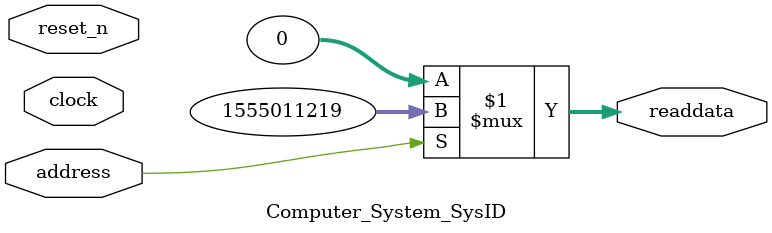
<source format=v>



// synthesis translate_off
`timescale 1ns / 1ps
// synthesis translate_on

// turn off superfluous verilog processor warnings 
// altera message_level Level1 
// altera message_off 10034 10035 10036 10037 10230 10240 10030 

module Computer_System_SysID (
               // inputs:
                address,
                clock,
                reset_n,

               // outputs:
                readdata
             )
;

  output  [ 31: 0] readdata;
  input            address;
  input            clock;
  input            reset_n;

  wire    [ 31: 0] readdata;
  //control_slave, which is an e_avalon_slave
  assign readdata = address ? 1555011219 : 0;

endmodule



</source>
